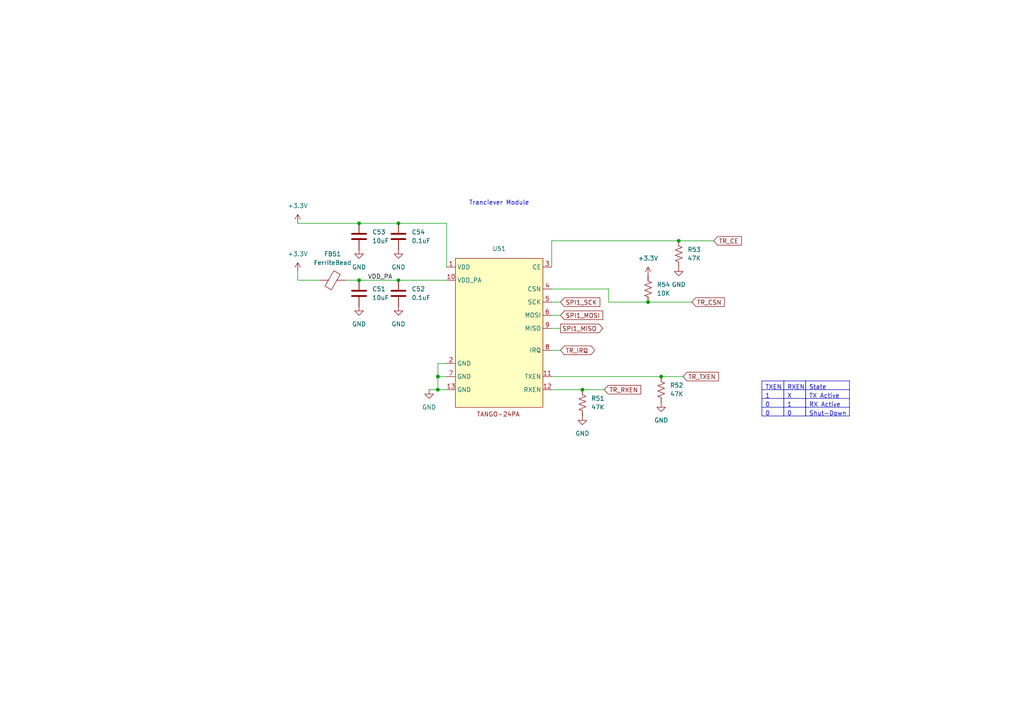
<source format=kicad_sch>
(kicad_sch (version 20250114) (generator "eeschema") (generator_version "9.0")
  (paper "A4")
  (title_block (title "Transciever") (date "2026-01-30") (rev "0-1"))
  (lib_symbols
    (symbol "Device:C" (pin_numbers (hide yes)) (pin_names (offset 0.254))
      (property "Reference" "C" (at 0.635 2.54 0))
      (property "Value" "C" (at 0.635 -2.54 0))
      (symbol "C_0_1"
        (polyline (pts (xy -2.032 0.762) (xy 2.032 0.762)) (stroke (width 0.508)))
        (polyline (pts (xy -2.032 -0.762) (xy 2.032 -0.762)) (stroke (width 0.508)))
      )
      (symbol "C_1_1"
        (pin passive line (at 0 3.81 270) (length 2.794) (name "~") (number "1"))
        (pin passive line (at 0 -3.81 90) (length 2.794) (name "~") (number "2"))
      )
    )
    (symbol "Device:FerriteBead" (pin_numbers (hide yes)) (pin_names (offset 0))
      (property "Reference" "FB" (at -3.81 0.635 90))
      (property "Value" "FerriteBead" (at 3.81 0 90))
      (symbol "FerriteBead_0_1"
        (polyline (pts (xy -2.7686 0.4064) (xy -1.7018 2.2606) (xy 2.7686 -0.3048) (xy 1.6764 -2.159) (xy -2.7686 0.4064)))
        (polyline (pts (xy 0 1.27) (xy 0 1.2954)))
        (polyline (pts (xy 0 -1.27) (xy 0 -1.2192)))
      )
      (symbol "FerriteBead_1_1"
        (pin passive line (at 0 3.81 270) (length 2.54) (name "~") (number "1"))
        (pin passive line (at 0 -3.81 90) (length 2.54) (name "~") (number "2"))
      )
    )
    (symbol "Device:R_US" (pin_numbers (hide yes)) (pin_names (offset 0))
      (property "Reference" "R" (at 2.54 0 90))
      (property "Value" "R_US" (at -2.54 0 90))
      (symbol "R_US_0_1"
        (polyline (pts (xy 0 2.286) (xy 0 2.54)))
        (polyline (pts (xy 0 2.286) (xy 1.016 1.905) (xy 0 1.524) (xy -1.016 1.143) (xy 0 0.762)))
        (polyline (pts (xy 0 0.762) (xy 1.016 0.381) (xy 0 0) (xy -1.016 -0.381) (xy 0 -0.762)))
        (polyline (pts (xy 0 -0.762) (xy 1.016 -1.143) (xy 0 -1.524) (xy -1.016 -1.905) (xy 0 -2.286)))
        (polyline (pts (xy 0 -2.286) (xy 0 -2.54)))
      )
      (symbol "R_US_1_1"
        (pin passive line (at 0 3.81 270) (length 1.27) (name "~") (number "1"))
        (pin passive line (at 0 -3.81 90) (length 1.27) (name "~") (number "2"))
      )
    )
    (symbol "Global:TANGO-24PA"
      (property "Reference" "U" (at 0 27.686 0))
      (symbol "TANGO-24PA_0_1"
        (rectangle (start -12.7 22.86) (end 12.7 -20.32) (fill (type color) (color 255 255 194 1)))
      )
      (symbol "TANGO-24PA_1_1"
        (text "TANGO-24PA" (at -0.254 -22.352 0) (effects (font (size 1.27 1.27))))
        (pin power_in line (at -15.24 20.32 0) (length 2.54) (name "VDD") (number "1"))
        (pin power_in line (at -15.24 16.51 0) (length 2.54) (name "VDD_PA") (number "10"))
        (pin power_in line (at -15.24 -7.62 0) (length 2.54) (name "GND") (number "2"))
        (pin power_in line (at -15.24 -11.43 0) (length 2.54) (name "GND") (number "7"))
        (pin power_in line (at -15.24 -15.24 0) (length 2.54) (name "GND") (number "13"))
        (pin input line (at 15.24 20.32 180) (length 2.54) (name "CE") (number "3"))
        (pin input line (at 15.24 13.97 180) (length 2.54) (name "CSN") (number "4"))
        (pin input line (at 15.24 10.16 180) (length 2.54) (name "SCK") (number "5"))
        (pin input line (at 15.24 6.35 180) (length 2.54) (name "MOSI") (number "6"))
        (pin output line (at 15.24 2.54 180) (length 2.54) (name "MISO") (number "9"))
        (pin output line (at 15.24 -3.81 180) (length 2.54) (name "IRQ") (number "8"))
        (pin input line (at 15.24 -11.43 180) (length 2.54) (name "TXEN") (number "11"))
        (pin input line (at 15.24 -15.24 180) (length 2.54) (name "RXEN") (number "12"))
      )
    )
    (symbol "power:+3.3V" (power) (pin_numbers (hide yes)) (pin_names (offset 0) (hide yes))
      (property "Value" "+3.3V" (at 0 3.556 0))
      (symbol "+3.3V_0_1"
        (polyline (pts (xy -0.762 1.27) (xy 0 2.54)))
        (polyline (pts (xy 0 2.54) (xy 0.762 1.27)))
        (polyline (pts (xy 0 0) (xy 0 2.54)))
      )
      (symbol "+3.3V_1_1"
        (pin power_in line (at 0 0 90) (length 0) (name "~") (number "1"))
      )
    )
    (symbol "power:GND" (power) (pin_numbers (hide yes)) (pin_names (offset 0) (hide yes))
      (property "Value" "GND" (at 0 -3.81 0))
      (symbol "GND_0_1"
        (polyline (pts (xy 0 0) (xy 0 -1.27) (xy 1.27 -1.27) (xy 0 -2.54) (xy -1.27 -1.27) (xy 0 -1.27)))
      )
      (symbol "GND_1_1"
        (pin power_in line (at 0 0 270) (length 0) (name "~") (number "1"))
      )
    )
  )
  (text "Tranciever Module" (at 144.78 58.928 0) (effects (font (size 1.27 1.27))))
  (junction (at 196.85 69.85))
  (junction (at 115.57 81.28))
  (junction (at 127 109.22))
  (junction (at 187.96 87.63))
  (junction (at 104.14 64.77))
  (junction (at 104.14 81.28))
  (junction (at 127 113.03))
  (junction (at 168.91 113.03))
  (junction (at 191.77 109.22))
  (junction (at 115.57 64.77))
  (wire (pts (xy 92.71 81.28) (xy 86.36 81.28)))
  (wire (pts (xy 129.54 109.22) (xy 127 109.22)))
  (wire (pts (xy 168.91 113.03) (xy 175.26 113.03)))
  (wire (pts (xy 115.57 81.28) (xy 129.54 81.28)))
  (wire (pts (xy 124.46 113.03) (xy 127 113.03)))
  (wire (pts (xy 115.57 64.77) (xy 129.54 64.77)))
  (wire (pts (xy 160.02 95.25) (xy 162.56 95.25)))
  (wire (pts (xy 160.02 69.85) (xy 160.02 77.47)))
  (wire (pts (xy 160.02 69.85) (xy 196.85 69.85)))
  (wire (pts (xy 176.53 83.82) (xy 160.02 83.82)))
  (wire (pts (xy 160.02 101.6) (xy 162.56 101.6)))
  (wire (pts (xy 127 105.41) (xy 127 109.22)))
  (wire (pts (xy 160.02 91.44) (xy 162.56 91.44)))
  (wire (pts (xy 129.54 105.41) (xy 127 105.41)))
  (wire (pts (xy 196.85 69.85) (xy 207.01 69.85)))
  (wire (pts (xy 187.96 87.63) (xy 200.66 87.63)))
  (wire (pts (xy 160.02 87.63) (xy 162.56 87.63)))
  (wire (pts (xy 191.77 109.22) (xy 198.12 109.22)))
  (wire (pts (xy 127 109.22) (xy 127 113.03)))
  (wire (pts (xy 100.33 81.28) (xy 104.14 81.28)))
  (wire (pts (xy 160.02 113.03) (xy 168.91 113.03)))
  (wire (pts (xy 176.53 87.63) (xy 187.96 87.63)))
  (wire (pts (xy 86.36 64.77) (xy 104.14 64.77)))
  (wire (pts (xy 127 113.03) (xy 129.54 113.03)))
  (wire (pts (xy 104.14 64.77) (xy 115.57 64.77)))
  (wire (pts (xy 129.54 77.47) (xy 129.54 64.77)))
  (wire (pts (xy 160.02 109.22) (xy 191.77 109.22)))
  (wire (pts (xy 104.14 81.28) (xy 115.57 81.28)))
  (wire (pts (xy 86.36 78.74) (xy 86.36 81.28)))
  (wire (pts (xy 176.53 87.63) (xy 176.53 83.82)))
  (table (column_count 1) (border (external yes) (header yes)) (separators (rows yes) (cols yes)) (column_widths 12.7) (row_heights 2.54 2.54 2.54 2.54) (cells (table_cell "State" (at 233.68 110.49 0) (size 12.7 2.54) (margins 0.9525 0.9525 0.9525 0.9525) (span 1 1)) (table_cell "TX Active" (at 233.68 113.03 0) (size 12.7 2.54) (margins 0.9525 0.9525 0.9525 0.9525) (span 1 1)) (table_cell "RX Active" (at 233.68 115.57 0) (size 12.7 2.54) (margins 0.9525 0.9525 0.9525 0.9525) (span 1 1)) (table_cell "Shut-Down" (at 233.68 118.11 0) (size 12.7 2.54) (margins 0.9525 0.9525 0.9525 0.9525) (span 1 1))))
  (table (column_count 1) (border (external yes) (header yes)) (separators (rows yes) (cols yes)) (column_widths 6.35) (row_heights 2.54 2.54 2.54 2.54) (cells (table_cell "RXEN" (at 227.33 110.49 0) (size 6.35 2.54) (margins 0.9525 0.9525 0.9525 0.9525) (span 1 1)) (table_cell "X" (at 227.33 113.03 0) (size 6.35 2.54) (margins 0.9525 0.9525 0.9525 0.9525) (span 1 1)) (table_cell "1" (at 227.33 115.57 0) (size 6.35 2.54) (margins 0.9525 0.9525 0.9525 0.9525) (span 1 1)) (table_cell "0" (at 227.33 118.11 0) (size 6.35 2.54) (margins 0.9525 0.9525 0.9525 0.9525) (span 1 1))))
  (table (column_count 1) (border (external yes) (header yes)) (separators (rows yes) (cols yes)) (column_widths 6.35) (row_heights 2.54 2.54 2.54 2.54) (cells (table_cell "TXEN" (at 220.98 110.49 0) (size 6.35 2.54) (margins 0.9525 0.9525 0.9525 0.9525) (span 1 1)) (table_cell "1" (at 220.98 113.03 0) (size 6.35 2.54) (margins 0.9525 0.9525 0.9525 0.9525) (span 1 1)) (table_cell "0" (at 220.98 115.57 0) (size 6.35 2.54) (margins 0.9525 0.9525 0.9525 0.9525) (span 1 1)) (table_cell "0" (at 220.98 118.11 0) (size 6.35 2.54) (margins 0.9525 0.9525 0.9525 0.9525) (span 1 1))))
  (label "VDD_PA" (at 106.68 81.28 0))
  (global_label "SPI1_MOSI" (shape input) (at 162.56 91.44 0) (property "Intersheetrefs" "${INTERSHEET_REFS}" (at 174.1933 91.44 0) (effects (justify left))))
  (global_label "TR_IRQ" (shape bidirectional) (at 162.56 101.6 0) (property "Intersheetrefs" "${INTERSHEET_REFS}" (at 171.9557 101.6 0) (effects (justify left))))
  (global_label "SPI1_MISO" (shape output) (at 162.56 95.25 0) (property "Intersheetrefs" "${INTERSHEET_REFS}" (at 174.1933 95.25 0) (effects (justify left))))
  (global_label "TR_CSN" (shape input) (at 200.66 87.63 0) (property "Intersheetrefs" "${INTERSHEET_REFS}" (at 210.6604 87.63 0) (effects (justify left))))
  (global_label "TR_TXEN" (shape input) (at 198.12 109.22 0) (property "Intersheetrefs" "${INTERSHEET_REFS}" (at 208.967 109.22 0) (effects (justify left))))
  (global_label "TR_CE" (shape input) (at 207.01 69.85 0) (property "Intersheetrefs" "${INTERSHEET_REFS}" (at 215.6194 69.85 0) (effects (justify left))))
  (global_label "TR_RXEN" (shape input) (at 175.26 113.03 0) (property "Intersheetrefs" "${INTERSHEET_REFS}" (at 186.4094 113.03 0) (effects (justify left))))
  (global_label "SPI1_SCK" (shape input) (at 162.56 87.63 0) (property "Intersheetrefs" "${INTERSHEET_REFS}" (at 173.3466 87.63 0) (effects (justify left))))
  (symbol (lib_id "Device:C") (at 115.57 68.58 0) (unit 1)
    (property "Reference" "C54" (at 119.38 67.3099 0) (effects (justify left)))
    (property "Value" "0.1uF" (at 119.38 69.8499 0) (effects (justify left)))
    (property "Footprint" "Capacitor_SMD:C_0402_1005Metric" (effects (hide yes)))
    (property "Description" "Unpolarized capacitor" (effects (hide yes)))
  )
  (symbol (lib_id "power:GND") (at 191.77 116.84 0) (unit 1)
    (property "Reference" "#PWR041" (effects (hide yes)))
    (property "Value" "GND" (at 191.77 121.92 0))
    (property "Description" "Power symbol creates a global label with name \"GND\" , ground" (effects (hide yes)))
  )
  (symbol (lib_id "power:GND") (at 104.14 88.9 0) (unit 1)
    (property "Reference" "#PWR043" (effects (hide yes)))
    (property "Value" "GND" (at 104.14 93.98 0))
    (property "Description" "Power symbol creates a global label with name \"GND\" , ground" (effects (hide yes)))
  )
  (symbol (lib_id "power:GND") (at 115.57 72.39 0) (unit 1)
    (property "Reference" "#PWR046" (effects (hide yes)))
    (property "Value" "GND" (at 115.57 77.47 0))
    (property "Description" "Power symbol creates a global label with name \"GND\" , ground" (effects (hide yes)))
  )
  (symbol (lib_id "Device:R_US") (at 191.77 113.03 0) (unit 1)
    (property "Reference" "R52" (at 194.31 111.7599 0) (effects (justify left)))
    (property "Value" "47K" (at 194.31 114.2999 0) (effects (justify left)))
    (property "Footprint" "Resistor_SMD:R_0402_1005Metric" (effects (hide yes)))
    (property "Description" "Resistor, US symbol" (effects (hide yes)))
  )
  (symbol (lib_id "power:+3.3V") (at 86.36 64.77 0) (unit 1)
    (property "Reference" "#PWR047" (effects (hide yes)))
    (property "Value" "+3.3V" (at 86.36 59.69 0))
    (property "Description" "Power symbol creates a global label with name \"+3.3V\"" (effects (hide yes)))
  )
  (symbol (lib_id "Device:R_US") (at 187.96 83.82 180) (unit 1)
    (property "Reference" "R54" (at 190.5 82.5499 0) (effects (justify right)))
    (property "Value" "10K" (at 190.5 85.0899 0) (effects (justify right)))
    (property "Footprint" "Resistor_SMD:R_0402_1005Metric" (effects (hide yes)))
    (property "Description" "Resistor, US symbol" (effects (hide yes)))
  )
  (symbol (lib_id "power:GND") (at 124.46 113.03 0) (unit 1)
    (property "Reference" "#PWR039" (effects (hide yes)))
    (property "Value" "GND" (at 124.46 118.11 0))
    (property "Description" "Power symbol creates a global label with name \"GND\" , ground" (effects (hide yes)))
  )
  (symbol (lib_id "power:+3.3V") (at 86.36 78.74 0) (unit 1)
    (property "Reference" "#PWR042" (effects (hide yes)))
    (property "Value" "+3.3V" (at 86.36 73.66 0))
    (property "Description" "Power symbol creates a global label with name \"+3.3V\"" (effects (hide yes)))
  )
  (symbol (lib_id "Device:FerriteBead") (at 96.52 81.28 90) (unit 1)
    (property "Reference" "FB51" (at 96.4692 73.66 90))
    (property "Value" "FerriteBead" (at 96.4692 76.2 90))
    (property "Footprint" "Inductor_SMD:L_0805_2012Metric" (effects (hide yes)))
    (property "Description" "Ferrite bead" (effects (hide yes)))
  )
  (symbol (lib_id "Device:C") (at 115.57 85.09 0) (unit 1)
    (property "Reference" "C52" (at 119.38 83.8199 0) (effects (justify left)))
    (property "Value" "0.1uF" (at 119.38 86.3599 0) (effects (justify left)))
    (property "Footprint" "Capacitor_SMD:C_0402_1005Metric" (effects (hide yes)))
    (property "Description" "Unpolarized capacitor" (effects (hide yes)))
  )
  (symbol (lib_id "Device:R_US") (at 196.85 73.66 0) (unit 1)
    (property "Reference" "R53" (at 199.39 72.3899 0) (effects (justify left)))
    (property "Value" "47K" (at 199.39 74.9299 0) (effects (justify left)))
    (property "Footprint" "Resistor_SMD:R_0402_1005Metric" (effects (hide yes)))
    (property "Description" "Resistor, US symbol" (effects (hide yes)))
  )
  (symbol (lib_id "power:GND") (at 196.85 77.47 0) (unit 1)
    (property "Reference" "#PWR048" (effects (hide yes)))
    (property "Value" "GND" (at 196.85 82.55 0))
    (property "Description" "Power symbol creates a global label with name \"GND\" , ground" (effects (hide yes)))
  )
  (symbol (lib_id "Device:C") (at 104.14 68.58 0) (unit 1)
    (property "Reference" "C53" (at 107.95 67.3099 0) (effects (justify left)))
    (property "Value" "10uF" (at 107.95 69.8499 0) (effects (justify left)))
    (property "Footprint" "Capacitor_SMD:C_1206_3216Metric" (effects (hide yes)))
    (property "Description" "Unpolarized capacitor" (effects (hide yes)))
  )
  (symbol (lib_id "power:+3.3V") (at 187.96 80.01 0) (unit 1)
    (property "Reference" "#PWR049" (effects (hide yes)))
    (property "Value" "+3.3V" (at 187.96 74.93 0))
    (property "Description" "Power symbol creates a global label with name \"+3.3V\"" (effects (hide yes)))
  )
  (symbol (lib_id "power:GND") (at 168.91 120.65 0) (unit 1)
    (property "Reference" "#PWR040" (effects (hide yes)))
    (property "Value" "GND" (at 168.91 125.73 0))
    (property "Description" "Power symbol creates a global label with name \"GND\" , ground" (effects (hide yes)))
  )
  (symbol (lib_id "Device:C") (at 104.14 85.09 0) (unit 1)
    (property "Reference" "C51" (at 107.95 83.8199 0) (effects (justify left)))
    (property "Value" "10uF" (at 107.95 86.3599 0) (effects (justify left)))
    (property "Footprint" "Capacitor_SMD:C_1206_3216Metric" (effects (hide yes)))
    (property "Description" "Unpolarized capacitor" (effects (hide yes)))
  )
  (symbol (lib_id "Global:TANGO-24PA") (at 144.78 97.79 0) (unit 1)
    (property "Reference" "U51" (at 144.78 72.136 0))
    (property "Footprint" "Library:TANGO-24PA" (effects (hide yes)))
  )
  (symbol (lib_id "Device:R_US") (at 168.91 116.84 0) (unit 1)
    (property "Reference" "R51" (at 171.45 115.5699 0) (effects (justify left)))
    (property "Value" "47K" (at 171.45 118.1099 0) (effects (justify left)))
    (property "Footprint" "Resistor_SMD:R_0402_1005Metric" (effects (hide yes)))
    (property "Description" "Resistor, US symbol" (effects (hide yes)))
  )
  (symbol (lib_id "power:GND") (at 104.14 72.39 0) (unit 1)
    (property "Reference" "#PWR045" (effects (hide yes)))
    (property "Value" "GND" (at 104.14 77.47 0))
    (property "Description" "Power symbol creates a global label with name \"GND\" , ground" (effects (hide yes)))
  )
  (symbol (lib_id "power:GND") (at 115.57 88.9 0) (unit 1)
    (property "Reference" "#PWR044" (effects (hide yes)))
    (property "Value" "GND" (at 115.57 93.98 0))
    (property "Description" "Power symbol creates a global label with name \"GND\" , ground" (effects (hide yes)))
  )
)
</source>
